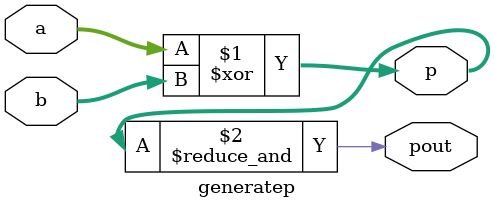
<source format=v>
`timescale 1ns / 1ps


module generatep(
    input [31:0] a,
    input [31:0] b,
    output [31:0] p,
    output pout
    );
    assign p=a^b;
    assign pout=&p;
endmodule

</source>
